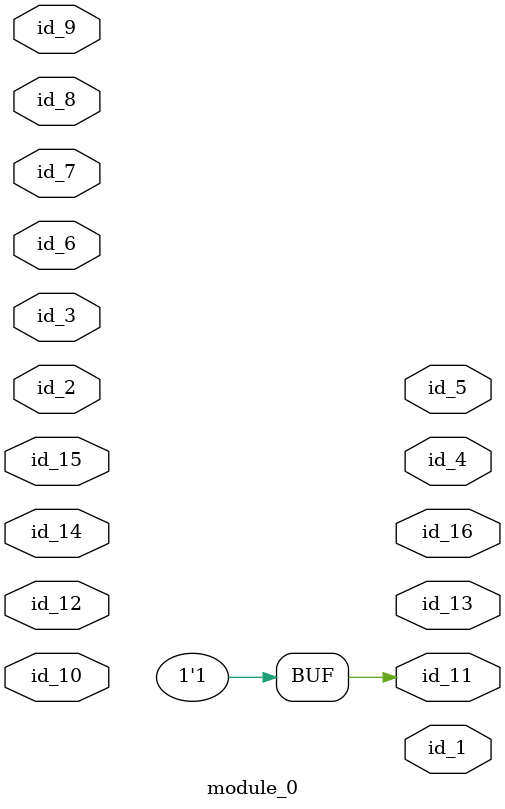
<source format=v>
`timescale 1ps / 1 ps
module module_0 (
    id_1,
    id_2,
    id_3,
    id_4,
    id_5,
    id_6,
    id_7,
    id_8,
    id_9,
    id_10,
    id_11,
    id_12,
    id_13,
    id_14,
    id_15,
    id_16
);
  output id_16;
  input id_15;
  inout id_14;
  output id_13;
  inout id_12;
  output id_11;
  inout id_10;
  input id_9;
  input id_8;
  input id_7;
  inout id_6;
  output id_5;
  output id_4;
  inout id_3;
  inout id_2;
  output id_1;
  assign id_11 = 1;
endmodule

</source>
